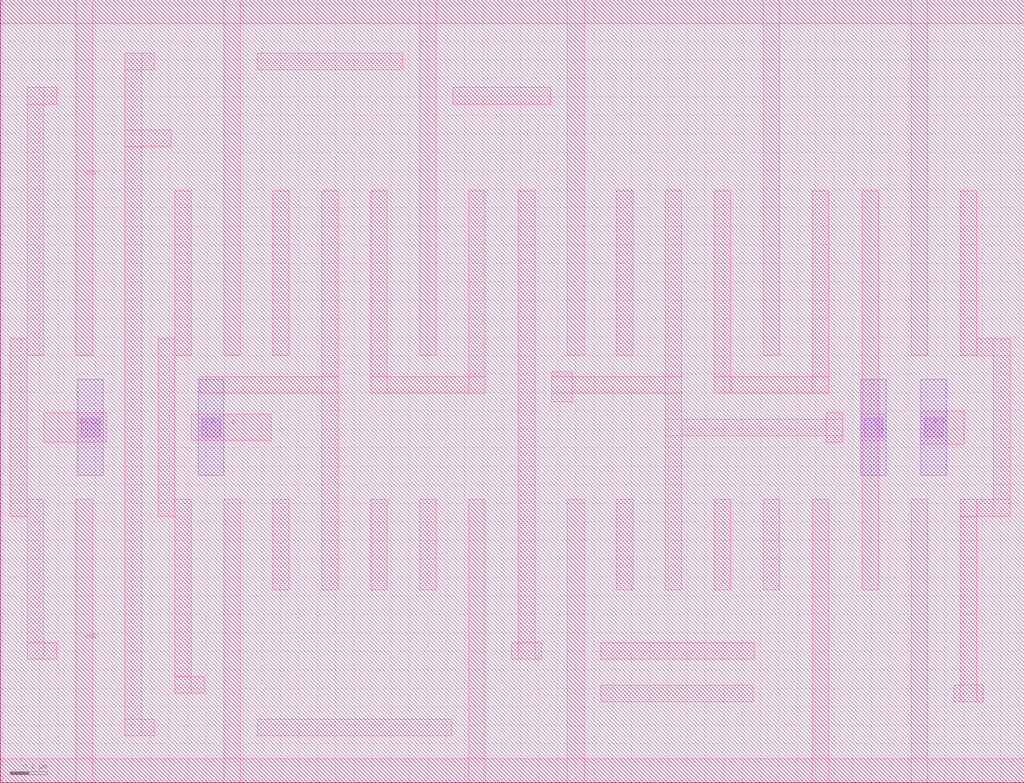
<source format=lef>
NAMESCASESENSITIVE ON ;
BUSBITCHARS "[]" ;

UNITS
  DATABASE MICRONS 1000 ;
END UNITS

MANUFACTURINGGRID 0.001 ;

DIVIDERCHAR "/" ;

LAYER M1
  TYPE ROUTING ;
  DIRECTION HORIZONTAL ;
  PITCH 0.26 0.26 ;
  WIDTH 0.14 ;
  AREA 0.042 ;
  SPACING 0.09 ;
  SPACING 0.19 RANGE 1.76 4 ;
  SPACING 0.29 RANGE 4 8 ;
  SPACING 1.05 RANGE 8 25 ;
  SPACING 1.85 RANGE 25 100000 ;
END M1

LAYER V1
  TYPE CUT ;
END V1

LAYER M2
  TYPE ROUTING ;
  DIRECTION VERTICAL ;
  PITCH 0.326 0.326 ;
  WIDTH 0.14 ;
  AREA 0.052 ;
  SPACING 0.1 ;
  SPACING 0.19 RANGE 1.76 4 ;
  SPACING 0.29 RANGE 4 8 ;
  SPACING 1.05 RANGE 8 25 ;
  SPACING 1.85 RANGE 25 100000 ;
END M2

LAYER V2
  TYPE CUT ;
END V2

LAYER M3
  TYPE ROUTING ;
  DIRECTION HORIZONTAL ;
  PITCH 0.26 0.26 ;
  WIDTH 0.14 ;
  AREA 0.052 ;
  SPACING 0.1 ;
  SPACING 0.19 RANGE 1.76 4 ;
  SPACING 0.29 RANGE 4 8 ;
  SPACING 1.05 RANGE 8 25 ;
  SPACING 1.85 RANGE 25 100000 ;
END M3

LAYER V3
  TYPE CUT ;
END V3

LAYER M4
  TYPE ROUTING ;
  DIRECTION VERTICAL ;
  PITCH 0.26 0.26 ;
  WIDTH 0.14 ;
  AREA 0.052 ;
  SPACING 0.1 ;
  SPACING 0.19 RANGE 1.76 4 ;
  SPACING 0.29 RANGE 4 8 ;
  SPACING 1.05 RANGE 8 25 ;
  SPACING 1.85 RANGE 25 100000 ;
END M4

LAYER V4
  TYPE CUT ;
END V4

LAYER M5
  TYPE ROUTING ;
  DIRECTION HORIZONTAL ;
  PITCH 0.26 0.26 ;
  WIDTH 0.14 ;
  AREA 0.052 ;
  SPACING 0.1 ;
  SPACING 0.19 RANGE 1.76 4 ;
  SPACING 0.29 RANGE 4 8 ;
  SPACING 1.05 RANGE 8 25 ;
  SPACING 1.85 RANGE 25 100000 ;
END M5

LAYER V5
  TYPE CUT ;
END V5

LAYER M6
  TYPE ROUTING ;
  DIRECTION VERTICAL ;
  PITCH 0.26 0.26 ;
  WIDTH 0.14 ;
  AREA 0.052 ;
  SPACING 0.1 ;
  SPACING 0.19 RANGE 1.76 4 ;
  SPACING 0.29 RANGE 4 8 ;
  SPACING 1.05 RANGE 8 25 ;
  SPACING 1.85 RANGE 25 100000 ;
  END M6

LAYER OVERLAP
  TYPE OVERLAP ;
END OVERLAP

SPACING
  SAMENET M1  M1    0.09 STACK ;
  SAMENET M2  M2    0.1 STACK ;
  SAMENET M3  M3    0.1 STACK ;
  SAMENET M4  M4    0.1 STACK ;
  SAMENET M5  M5    0.1 STACK ;
  SAMENET M6  M6    0.1 STACK ;
  SAMENET V1  V1    0.1 ;
  SAMENET V2  V2    0.1 ;
  SAMENET V3  V3    0.1 ;
  SAMENET V4  V4    0.1 ;
  SAMENET V5  V5    0.1 ;
  SAMENET V1  V2    0.00 STACK ;
  SAMENET V2  V3    0.00 STACK ;
  SAMENET V3  V4    0.00 STACK ;
  SAMENET V4  V5    0.00 STACK ;
  SAMENET V1  V3    0.00 STACK ;
  SAMENET V2  V4    0.00 STACK ;
  SAMENET V3  V5    0.00 STACK ;
  SAMENET V1  V4    0.00 STACK ;
  SAMENET V2  V5    0.00 STACK ;
  SAMENET V1  V5    0.00 STACK ;
END SPACING


VIA via5 DEFAULT
  LAYER M5 ;
    RECT -0.07 -0.07 0.07 0.07 ;
  LAYER V5 ;
    RECT -0.05 -0.05 0.05 0.05 ;
  LAYER M6 ;
    RECT -0.07 -0.07 0.07 0.07 ;
END via5

VIA via4 DEFAULT
  LAYER M4 ;
    RECT -0.07 -0.07 0.07 0.07 ;
  LAYER V4 ;
    RECT -0.05 -0.05 0.05 0.05 ;
  LAYER M5 ;
    RECT -0.07 -0.07 0.07 0.07 ;
END via4

VIA via3 DEFAULT
  LAYER M4 ;
    RECT -0.07 -0.07 0.07 0.07 ;
  LAYER V3 ;
    RECT -0.05 -0.05 0.05 0.05 ;
  LAYER M3 ;
    RECT -0.07 -0.07 0.07 0.07 ;
END via3

VIA via2 DEFAULT
  LAYER M3 ;
    RECT -0.07 -0.07 0.07 0.07 ;
  LAYER V2 ;
    RECT -0.05 -0.05 0.05 0.05 ;
  LAYER M2 ;
    RECT -0.07 -0.07 0.07 0.07 ;
END via2

VIA via1 DEFAULT
  LAYER M2 ;
    RECT -0.07 -0.07 0.07 0.07 ;
  LAYER V1 ;
    RECT -0.05 -0.05 0.05 0.05 ;
  LAYER M1 ;
    RECT -0.07 -0.07 0.07 0.07 ;
END via1


VIARULE via1Array GENERATE
  LAYER M1 ;
  DIRECTION HORIZONTAL ;
  OVERHANG 0.045 ;
    METALOVERHANG 0 ;
  LAYER M2 ;
  DIRECTION VERTICAL ;
    OVERHANG 0.045 ;
    METALOVERHANG 0 ;
  LAYER V1 ;
    RECT -0.05 -0.05 0.05 0.05 ;
    SPACING 0.2 BY 0.2 ;
END via1Array


VIARULE via2Array GENERATE
  LAYER M3 ;
    DIRECTION HORIZONTAL ;
    OVERHANG 0.03 ;
    METALOVERHANG 0 ;
  LAYER M2 ;
  DIRECTION VERTICAL ;
    OVERHANG 0.03 ;
    METALOVERHANG 0 ;
  LAYER V2 ;
    RECT -0.05 -0.05 0.05 0.05 ;
    SPACING 0.2 BY 0.2 ;
END via2Array


VIARULE via3Array GENERATE
  LAYER M3 ;
    DIRECTION HORIZONTAL ;
    OVERHANG 0.03 ;
    METALOVERHANG 0 ;
  LAYER M4 ;
    DIRECTION VERTICAL ;
    OVERHANG 0.03 ;
    METALOVERHANG 0 ;
  LAYER V3 ;
    RECT -0.05 -0.05 0.05 0.05 ;
    SPACING 0.2 BY 0.2 ;
END via3Array

VIARULE via4Array GENERATE
  LAYER M5 ;
    DIRECTION HORIZONTAL ;
    OVERHANG 0.03 ;
    METALOVERHANG 0 ;
  LAYER M4 ;
    DIRECTION VERTICAL ;
    OVERHANG 0.03 ;
    METALOVERHANG 0 ;
  LAYER V4 ;
    RECT -0.05 -0.05 0.05 0.05 ;
    SPACING 0.2 BY 0.2 ;
END via4Array

VIARULE via5Array GENERATE
  LAYER M5 ;
    DIRECTION HORIZONTAL ;
    OVERHANG 0.03 ;
    METALOVERHANG 0 ;
  LAYER M6 ;
    DIRECTION VERTICAL ;
    OVERHANG 0.045 ;
    METALOVERHANG 0 ;
  LAYER V5 ;
    RECT -0.05 -0.05 0.05 0.05 ;
    SPACING 0.2 BY 0.2 ;
END via5Array

VIARULE TURNM1 GENERATE
  LAYER M1 ;
    DIRECTION HORIZONTAL ;
  LAYER M1 ;
    DIRECTION VERTICAL ;
END TURNM1

VIARULE TURNM2 GENERATE
  LAYER M2 ;
    DIRECTION HORIZONTAL ;
  LAYER M2 ;
    DIRECTION VERTICAL ;
END TURNM2

VIARULE TURNM3 GENERATE
  LAYER M3 ;
    DIRECTION HORIZONTAL ;
  LAYER M3 ;
    DIRECTION VERTICAL ;
END TURNM3

VIARULE TURNM4 GENERATE
  LAYER M4 ;
    DIRECTION HORIZONTAL ;
  LAYER M4 ;
    DIRECTION VERTICAL ;
END TURNM4

VIARULE TURNM5 GENERATE
  LAYER M5 ;
    DIRECTION HORIZONTAL ;
  LAYER M5 ;
    DIRECTION VERTICAL ;
END TURNM5

VIARULE TURNM6 GENERATE
  LAYER M6 ;
    DIRECTION HORIZONTAL ;
  LAYER M6 ;
    DIRECTION VERTICAL ;
END TURNM6


SITE  CoreSite
    CLASS       CORE ;
    SYMMETRY    Y ;
    SYMMETRY    X ;
    SIZE        0.326 BY 4.238 ;
END  CoreSite

SITE  TDCoverSite
    CLASS       CORE ;
    SIZE        0.0500 BY 0.0500 ;
END  TDCoverSite

SITE  SBlockSite
    CLASS       CORE ;
    SIZE        0.0500 BY 0.0500 ;
END  SBlockSite

SITE  PortCellSite
    CLASS       PAD ;
    SIZE        0.0500 BY 0.0500 ;
END  PortCellSite

SITE  Core
    CLASS       CORE ;
    SYMMETRY    Y ;
    SYMMETRY    X ;
    SIZE        0.326 BY 4.238 ;
END  Core


MACRO AND
  CLASS CORE ;
  ORIGIN -1.64 7.928 ;
  FOREIGN AND 1.64 -7.928 ;
  SIZE 1.304 BY 4.238 ;
  SYMMETRY X Y ;
  SITE CoreSite ;
  PIN IN1
    DIRECTION INPUT ;
    USE SIGNAL ;
    PORT
      LAYER M1 ;
        RECT 1.963 -6.07 2.32 -5.94 ;
      LAYER M2 ;
        RECT 2.059 -6.265 2.199 -5.745 ;
      LAYER V1 ;
        RECT 2.079 -6.055 2.179 -5.955 ;
    END
  END IN1
  PIN IN2
    DIRECTION INPUT ;
    USE SIGNAL ;
    PORT
      LAYER M1 ;
        RECT 2.615 -6.085 2.899 -5.925 ;
      LAYER M2 ;
        RECT 2.711 -6.265 2.851 -5.745 ;
      LAYER V1 ;
        RECT 2.731 -6.055 2.831 -5.955 ;
    END
  END IN2
  PIN OUT
    DIRECTION INPUT ;
    USE SIGNAL ;
    PORT
      LAYER M1 ;
        RECT 1.88 -5.615 1.97 -4.725 ;
        RECT 1.758 -6.485 1.97 -6.395 ;
        RECT 1.88 -6.885 1.97 -6.395 ;
        RECT 1.758 -5.615 1.97 -5.525 ;
        RECT 1.733 -6.075 1.873 -5.935 ;
        RECT 1.758 -6.485 1.848 -5.525 ;
      LAYER M2 ;
        RECT 1.733 -6.265 1.873 -5.745 ;
      LAYER V1 ;
        RECT 1.753 -6.055 1.853 -5.955 ;
    END
  END OUT
  PIN GND!
    DIRECTION INOUT ;
    USE GROUND ;
    SHAPE ABUTMENT ;
    PORT
      LAYER M1 ;
        RECT 1.64 -7.928 2.944 -7.798 ;
        RECT 2.145 -7.928 2.235 -6.395 ;
    END
  END GND!
  PIN VDD!
    DIRECTION INOUT ;
    USE POWER ;
    SHAPE ABUTMENT ;
    PORT
      LAYER M1 ;
        RECT 1.64 -3.82 2.944 -3.69 ;
        RECT 2.675 -5.615 2.765 -3.69 ;
        RECT 2.145 -5.615 2.235 -3.69 ;
    END
  END VDD!
  OBS
    LAYER M1 ;
      RECT 2.41 -6.29 2.5 -4.725 ;
      RECT 1.977 -5.81 2.5 -5.72 ;
      RECT 1.977 -6.29 2.765 -6.2 ;
      RECT 2.675 -6.885 2.765 -6.2 ;
      RECT 2.41 -6.885 2.5 -6.395 ;
  END
END AND

MACRO AOI21
  CLASS CORE ;
  ORIGIN -1.705 7.99 ;
  FOREIGN AOI21 1.705 -7.99 ;
  SIZE 1.304 BY 4.238 ;
  SYMMETRY X Y ;
  SITE CoreSite ;
  PIN IN1
    DIRECTION INPUT ;
    USE SIGNAL ;
    PORT
      LAYER M2 ;
        RECT 2.45 -6.33 2.59 -5.81 ;
      LAYER M1 ;
        RECT 2.354 -6.162 2.59 -5.972 ;
      LAYER V1 ;
        RECT 2.47 -6.116 2.57 -6.016 ;
    END
  END IN1
  PIN IN2
    DIRECTION INPUT ;
    USE SIGNAL ;
    PORT
      LAYER M2 ;
        RECT 2.776 -6.33 2.916 -5.81 ;
      LAYER M1 ;
        RECT 2.681 -6.162 2.916 -5.972 ;
      LAYER V1 ;
        RECT 2.796 -6.116 2.896 -6.016 ;
    END
  END IN2
  PIN IN3
    DIRECTION INPUT ;
    USE SIGNAL ;
    PORT
      LAYER M2 ;
        RECT 2.124 -6.327 2.264 -5.807 ;
      LAYER M1 ;
        RECT 2.028 -6.162 2.264 -5.972 ;
      LAYER V1 ;
        RECT 2.144 -6.116 2.244 -6.016 ;
    END
  END IN3
  PIN OUT
    DIRECTION INPUT ;
    USE SIGNAL ;
    PORT
      LAYER M2 ;
        RECT 1.798 -6.304 1.938 -5.784 ;
      LAYER M1 ;
        RECT 1.79 -6.342 2.235 -6.252 ;
        RECT 2.145 -6.947 2.235 -6.252 ;
        RECT 1.88 -5.677 1.97 -4.787 ;
        RECT 1.79 -6.141 1.938 -6.001 ;
        RECT 1.79 -6.342 1.88 -5.587 ;
      LAYER V1 ;
        RECT 1.818 -6.121 1.918 -6.021 ;
    END
  END OUT
  PIN GND!
    DIRECTION INOUT ;
    USE GROUND ;
    SHAPE ABUTMENT ;
    PORT
      LAYER M1 ;
        RECT 1.705 -7.99 3.009 -7.86 ;
        RECT 2.675 -7.99 2.765 -6.457 ;
        RECT 1.88 -7.99 1.97 -6.457 ;
    END
  END GND!
  PIN VDD!
    DIRECTION INOUT ;
    USE POWER ;
    SHAPE ABUTMENT ;
    PORT
      LAYER M1 ;
        RECT 1.705 -3.882 3.009 -3.752 ;
        RECT 2.41 -5.677 2.5 -3.752 ;
    END
  END VDD!
  OBS
    LAYER M1 ;
      RECT 2.675 -5.882 2.765 -4.787 ;
      RECT 2.145 -5.882 2.235 -4.787 ;
      RECT 2.145 -5.882 2.765 -5.792 ;
      RECT 2.41 -6.947 2.5 -6.457 ;
  END
END AOI21

MACRO AOI22
  CLASS CORE ;
  ORIGIN -1.319 7.998 ;
  FOREIGN AOI22 1.319 -7.998 ;
  SIZE 1.63 BY 4.238 ;
  SYMMETRY X Y ;
  SITE CoreSite ;
  PIN IN1
    DIRECTION INPUT ;
    USE SIGNAL ;
    PORT
      LAYER M1 ;
        RECT 1.408 -6.169 1.642 -5.98 ;
      LAYER M2 ;
        RECT 1.412 -6.335 1.552 -5.815 ;
      LAYER V1 ;
        RECT 1.432 -6.125 1.532 -6.025 ;
    END
  END IN1
  PIN IN2
    DIRECTION INPUT ;
    USE SIGNAL ;
    PORT
      LAYER M1 ;
        RECT 1.732 -6.168 1.974 -5.98 ;
      LAYER M2 ;
        RECT 1.738 -6.335 1.878 -5.815 ;
      LAYER V1 ;
        RECT 1.758 -6.125 1.858 -6.025 ;
    END
  END IN2
  PIN IN3
    DIRECTION INPUT ;
    USE SIGNAL ;
    PORT
      LAYER M1 ;
        RECT 2.064 -6.169 2.29 -5.98 ;
      LAYER M2 ;
        RECT 2.064 -6.335 2.204 -5.815 ;
      LAYER V1 ;
        RECT 2.084 -6.125 2.184 -6.025 ;
    END
  END IN3
  PIN IN4
    DIRECTION INPUT ;
    USE SIGNAL ;
    PORT
      LAYER M1 ;
        RECT 2.62 -6.169 2.86 -5.98 ;
      LAYER M2 ;
        RECT 2.716 -6.335 2.856 -5.815 ;
      LAYER V1 ;
        RECT 2.736 -6.125 2.836 -6.025 ;
    END
  END IN4
  PIN OUT
    DIRECTION INPUT ;
    USE SIGNAL ;
    PORT
      LAYER M1 ;
        RECT 2.39 -6.146 2.53 -6.006 ;
        RECT 2.41 -6.35 2.5 -4.795 ;
        RECT 2.145 -6.35 2.5 -6.26 ;
        RECT 2.145 -7.172 2.235 -6.26 ;
      LAYER M2 ;
        RECT 2.39 -6.335 2.53 -5.815 ;
      LAYER V1 ;
        RECT 2.41 -6.126 2.51 -6.026 ;
    END
  END OUT
  PIN GND!
    DIRECTION INOUT ;
    USE GROUND ;
    SHAPE ABUTMENT ;
    PORT
      LAYER M1 ;
        RECT 1.319 -7.998 2.949 -7.868 ;
        RECT 2.675 -7.998 2.765 -6.465 ;
        RECT 1.615 -7.998 1.705 -6.465 ;
    END
  END GND!
  PIN VDD!
    DIRECTION INOUT ;
    USE POWER ;
    SHAPE ABUTMENT ;
    PORT
      LAYER M1 ;
        RECT 1.319 -3.89 2.949 -3.76 ;
        RECT 1.88 -5.685 1.97 -3.76 ;
    END
  END VDD!
  OBS
    LAYER M1 ;
      RECT 2.145 -4.68 2.765 -4.59 ;
      RECT 2.675 -5.685 2.765 -4.59 ;
      RECT 2.145 -5.89 2.235 -4.59 ;
      RECT 1.615 -5.89 1.705 -4.795 ;
      RECT 1.615 -5.89 2.235 -5.8 ;
      RECT 2.41 -6.955 2.5 -6.465 ;
      RECT 1.88 -6.955 1.97 -6.465 ;
  END
END AOI22

MACRO DFF
  CLASS CORE ;
  ORIGIN -1.085 7.412 ;
  FOREIGN DFF 1.085 -7.412 ;
  SIZE 5.542 BY 4.238 ;
  SYMMETRY X Y ;
  SITE CoreSite ;
  PIN GND!
    DIRECTION INOUT ;
    USE GROUND ;
    SHAPE ABUTMENT ;
    PORT
      LAYER M1 ;
        RECT 1.085 -7.412 6.627 -7.282 ;
        RECT 6.015 -7.412 6.105 -5.879 ;
        RECT 5.48 -7.412 5.57 -5.879 ;
        RECT 4.155 -7.412 4.245 -5.879 ;
        RECT 3.62 -7.412 3.71 -5.879 ;
        RECT 2.295 -7.412 2.385 -5.879 ;
        RECT 1.495 -7.412 1.585 -5.879 ;
    END
  END GND!
  PIN VDD!
    DIRECTION INOUT ;
    USE POWER ;
    SHAPE ABUTMENT ;
    PORT
      LAYER M1 ;
        RECT 1.085 -3.304 6.627 -3.174 ;
        RECT 6.015 -5.099 6.105 -3.174 ;
        RECT 5.215 -5.099 5.305 -3.174 ;
        RECT 4.155 -5.099 4.245 -3.174 ;
        RECT 3.355 -5.099 3.445 -3.174 ;
        RECT 2.295 -5.099 2.385 -3.174 ;
        RECT 1.495 -5.099 1.585 -3.174 ;
    END
  END VDD!
  PIN CLK
    DIRECTION INPUT ;
    USE SIGNAL ;
    PORT
      LAYER M1 ;
        RECT 1.32 -5.569 1.66 -5.409 ;
      LAYER M2 ;
        RECT 1.504 -5.749 1.644 -5.229 ;
      LAYER V1 ;
        RECT 1.524 -5.539 1.624 -5.439 ;
    END
  END CLK
  PIN D
    DIRECTION INPUT ;
    USE SIGNAL ;
    PORT
      LAYER M1 ;
        RECT 2.12 -5.559 2.553 -5.419 ;
      LAYER M2 ;
        RECT 2.156 -5.749 2.296 -5.229 ;
      LAYER V1 ;
        RECT 2.176 -5.539 2.276 -5.439 ;
    END
  END D
  PIN Q
    DIRECTION INPUT ;
    USE SIGNAL ;
    PORT
      LAYER M1 ;
        RECT 5.742 -5.559 5.882 -5.419 ;
        RECT 5.75 -6.369 5.84 -4.209 ;
      LAYER M2 ;
        RECT 5.742 -5.749 5.882 -5.229 ;
      LAYER V1 ;
        RECT 5.762 -5.539 5.862 -5.439 ;
    END
  END Q
  PIN R
    DIRECTION INPUT ;
    USE SIGNAL ;
    PORT
      LAYER M1 ;
        RECT 6.068 -5.579 6.303 -5.399 ;
      LAYER M2 ;
        RECT 6.068 -5.749 6.208 -5.229 ;
      LAYER V1 ;
        RECT 6.088 -5.539 6.188 -5.439 ;
    END
  END R
  OBS
    LAYER M1 ;
      RECT 6.28 -5.099 6.37 -4.209 ;
      RECT 6.461 -5.969 6.551 -5.009 ;
      RECT 6.37 -5.101 6.551 -5.009 ;
      RECT 6.28 -5.969 6.551 -5.879 ;
      RECT 6.28 -6.974 6.37 -5.879 ;
      RECT 6.245 -6.974 6.405 -6.884 ;
      RECT 4.685 -6.369 4.775 -4.209 ;
      RECT 4.07 -5.349 4.18 -5.189 ;
      RECT 4.07 -5.304 4.775 -5.214 ;
      RECT 5.555 -5.569 5.645 -5.409 ;
      RECT 4.685 -5.534 5.645 -5.444 ;
      RECT 5.48 -5.304 5.57 -4.209 ;
      RECT 4.95 -5.304 5.04 -4.209 ;
      RECT 4.95 -5.304 5.57 -5.214 ;
      RECT 3.89 -6.744 3.98 -4.209 ;
      RECT 3.855 -6.744 4.015 -6.654 ;
      RECT 3.62 -5.304 3.71 -4.209 ;
      RECT 3.09 -5.304 3.18 -4.209 ;
      RECT 3.09 -5.304 3.71 -5.214 ;
      RECT 2.825 -6.369 2.915 -4.209 ;
      RECT 2.165 -5.304 2.915 -5.214 ;
      RECT 2.03 -5.099 2.12 -4.209 ;
      RECT 1.94 -5.969 2.03 -5.009 ;
      RECT 2.03 -6.929 2.12 -5.879 ;
      RECT 2.03 -6.929 2.19 -6.839 ;
      RECT 1.76 -3.554 1.92 -3.464 ;
      RECT 1.76 -7.159 1.85 -3.464 ;
      RECT 1.76 -3.969 2.01 -3.879 ;
      RECT 1.76 -7.159 1.92 -7.069 ;
      RECT 1.23 -3.739 1.39 -3.649 ;
      RECT 1.23 -5.099 1.32 -3.649 ;
      RECT 1.14 -5.969 1.23 -5.009 ;
      RECT 1.23 -6.744 1.32 -5.879 ;
      RECT 1.23 -6.744 1.39 -6.654 ;
      RECT 5.215 -6.369 5.305 -5.879 ;
      RECT 4.335 -6.744 5.165 -6.654 ;
      RECT 4.335 -6.974 5.16 -6.884 ;
      RECT 4.95 -6.369 5.04 -5.879 ;
      RECT 4.42 -6.369 4.51 -5.879 ;
      RECT 4.42 -5.099 4.51 -4.209 ;
      RECT 3.535 -3.739 4.065 -3.649 ;
      RECT 2.475 -7.159 3.53 -7.069 ;
      RECT 3.355 -6.369 3.445 -5.879 ;
      RECT 2.475 -3.554 3.265 -3.464 ;
      RECT 3.09 -6.369 3.18 -5.879 ;
      RECT 2.56 -6.369 2.65 -5.879 ;
      RECT 2.56 -5.099 2.65 -4.209 ;
  END
END DFF

MACRO INV
  CLASS CORE ;
  ORIGIN -1.64 8.125 ;
  FOREIGN INV 1.64 -8.125 ;
  SIZE 0.652 BY 4.238 ;
  SYMMETRY X Y ;
  SITE CoreSite ;
  PIN IN1
    DIRECTION INPUT ;
    USE SIGNAL ;
    PORT
      LAYER M1 ;
        RECT 2.059 -6.272 2.199 -6.132 ;
        RECT 2.084 -6.457 2.174 -5.947 ;
      LAYER M2 ;
        RECT 2.059 -6.462 2.199 -5.942 ;
      LAYER V1 ;
        RECT 2.079 -6.252 2.179 -6.152 ;
    END
  END IN1
  PIN OUT
    DIRECTION INPUT ;
    USE SIGNAL ;
    PORT
      LAYER M1 ;
        RECT 1.789 -7.082 1.879 -4.922 ;
        RECT 1.733 -6.272 1.879 -6.132 ;
      LAYER M2 ;
        RECT 1.733 -6.462 1.873 -5.942 ;
      LAYER V1 ;
        RECT 1.753 -6.252 1.853 -6.152 ;
    END
  END OUT
  PIN GND!
    DIRECTION INOUT ;
    USE GROUND ;
    SHAPE ABUTMENT ;
    PORT
      LAYER M1 ;
        RECT 1.64 -8.125 2.292 -7.995 ;
        RECT 2.054 -8.125 2.144 -6.592 ;
    END
  END GND!
  PIN VDD!
    DIRECTION INOUT ;
    USE POWER ;
    SHAPE ABUTMENT ;
    PORT
      LAYER M1 ;
        RECT 1.64 -4.017 2.292 -3.887 ;
        RECT 2.054 -5.812 2.144 -3.887 ;
    END
  END VDD!
END INV

MACRO NAND
  CLASS CORE ;
  ORIGIN -1.966 7.969 ;
  FOREIGN NAND 1.966 -7.969 ;
  SIZE 0.978 BY 4.238 ;
  SYMMETRY X Y ;
  SITE CoreSite ;
  PIN IN1
    DIRECTION INPUT ;
    USE SIGNAL ;
    PORT
      LAYER M2 ;
        RECT 2.059 -6.306 2.199 -5.786 ;
      LAYER M1 ;
        RECT 2.011 -6.126 2.295 -5.966 ;
      LAYER V1 ;
        RECT 2.079 -6.096 2.179 -5.996 ;
    END
  END IN1
  PIN IN2
    DIRECTION INPUT ;
    USE SIGNAL ;
    PORT
      LAYER M2 ;
        RECT 2.711 -6.306 2.851 -5.786 ;
      LAYER M1 ;
        RECT 2.615 -6.126 2.899 -5.966 ;
      LAYER V1 ;
        RECT 2.731 -6.096 2.831 -5.996 ;
    END
  END IN2
  PIN OUT
    DIRECTION INPUT ;
    USE SIGNAL ;
    PORT
      LAYER M2 ;
        RECT 2.385 -6.306 2.525 -5.786 ;
      LAYER M1 ;
        RECT 2.41 -6.321 2.765 -6.231 ;
        RECT 2.675 -6.926 2.765 -6.231 ;
        RECT 2.385 -6.116 2.525 -5.976 ;
        RECT 2.41 -6.321 2.5 -4.766 ;
      LAYER V1 ;
        RECT 2.405 -6.096 2.505 -5.996 ;
    END
  END OUT
  PIN GND!
    DIRECTION INOUT ;
    USE GROUND ;
    SHAPE ABUTMENT ;
    PORT
      LAYER M1 ;
        RECT 1.966 -7.969 2.944 -7.839 ;
        RECT 2.145 -7.969 2.235 -6.436 ;
    END
  END GND!
  PIN VDD!
    DIRECTION INOUT ;
    USE POWER ;
    SHAPE ABUTMENT ;
    PORT
      LAYER M1 ;
        RECT 1.966 -3.861 2.944 -3.731 ;
        RECT 2.675 -5.656 2.765 -3.731 ;
        RECT 2.145 -5.656 2.235 -3.731 ;
    END
  END VDD!
  OBS
    LAYER M1 ;
      RECT 2.41 -6.926 2.5 -6.436 ;
  END
END NAND

MACRO NOR
  CLASS CORE ;
  ORIGIN -1.966 8.567 ;
  FOREIGN NOR 1.966 -8.567 ;
  SIZE 0.978 BY 4.238 ;
  SYMMETRY X Y ;
  SITE CoreSite ;
  PIN IN1
    DIRECTION INPUT ;
    USE SIGNAL ;
    PORT
      LAYER M1 ;
        RECT 2.011 -6.724 2.295 -6.564 ;
      LAYER M2 ;
        RECT 2.059 -6.904 2.199 -6.384 ;
      LAYER V1 ;
        RECT 2.079 -6.694 2.179 -6.594 ;
    END
  END IN1
  PIN IN2
    DIRECTION INPUT ;
    USE SIGNAL ;
    PORT
      LAYER M1 ;
        RECT 2.615 -6.724 2.899 -6.564 ;
      LAYER M2 ;
        RECT 2.711 -6.904 2.851 -6.384 ;
      LAYER V1 ;
        RECT 2.731 -6.694 2.831 -6.594 ;
    END
  END IN2
  PIN OUT
    DIRECTION INPUT ;
    USE SIGNAL ;
    PORT
      LAYER M1 ;
        RECT 2.675 -6.459 2.765 -5.364 ;
        RECT 2.41 -6.459 2.765 -6.369 ;
        RECT 2.385 -6.714 2.525 -6.574 ;
        RECT 2.41 -7.524 2.5 -6.369 ;
      LAYER M2 ;
        RECT 2.385 -6.904 2.525 -6.384 ;
      LAYER V1 ;
        RECT 2.405 -6.694 2.505 -6.594 ;
    END
  END OUT
  PIN GND!
    DIRECTION INOUT ;
    USE GROUND ;
    SHAPE ABUTMENT ;
    PORT
      LAYER M1 ;
        RECT 1.966 -8.567 2.944 -8.437 ;
        RECT 2.675 -8.567 2.765 -7.034 ;
        RECT 2.145 -8.567 2.235 -7.034 ;
    END
  END GND!
  PIN VDD!
    DIRECTION INOUT ;
    USE POWER ;
    SHAPE ABUTMENT ;
    PORT
      LAYER M1 ;
        RECT 1.966 -4.459 2.944 -4.329 ;
        RECT 2.145 -6.254 2.235 -4.329 ;
    END
  END VDD!
  OBS
    LAYER M1 ;
      RECT 2.41 -6.254 2.5 -5.364 ;
  END
END NOR

MACRO OR
  CLASS CORE ;
  ORIGIN -1.628 6.927 ;
  FOREIGN OR 1.628 -6.927 ;
  SIZE 1.304 BY 4.238 ;
  SYMMETRY X Y ;
  SITE CoreSite ;
  PIN IN1
    DIRECTION INPUT ;
    USE SIGNAL ;
    PORT
      LAYER M2 ;
        RECT 2.047 -5.264 2.187 -4.744 ;
      LAYER M1 ;
        RECT 2.011 -5.084 2.295 -4.924 ;
      LAYER V1 ;
        RECT 2.067 -5.054 2.167 -4.954 ;
    END
  END IN1
  PIN IN2
    DIRECTION INPUT ;
    USE SIGNAL ;
    PORT
      LAYER M2 ;
        RECT 2.699 -5.264 2.839 -4.744 ;
      LAYER M1 ;
        RECT 2.59 -5.084 2.874 -4.924 ;
      LAYER V1 ;
        RECT 2.719 -5.054 2.819 -4.954 ;
    END
  END IN2
  PIN OUT
    DIRECTION INPUT ;
    USE SIGNAL ;
    PORT
      LAYER M2 ;
        RECT 1.721 -5.264 1.861 -4.744 ;
      LAYER M1 ;
        RECT 1.88 -4.614 1.97 -3.724 ;
        RECT 1.88 -5.884 1.97 -5.394 ;
        RECT 1.79 -5.484 1.88 -4.524 ;
        RECT 1.721 -5.074 1.88 -4.934 ;
      LAYER V1 ;
        RECT 1.741 -5.054 1.841 -4.954 ;
    END
  END OUT
  PIN GND!
    DIRECTION INOUT ;
    USE GROUND ;
    SHAPE ABUTMENT ;
    PORT
      LAYER M1 ;
        RECT 1.628 -6.927 2.932 -6.797 ;
        RECT 2.675 -6.927 2.765 -5.394 ;
        RECT 2.145 -6.927 2.235 -5.394 ;
    END
  END GND!
  PIN VDD!
    DIRECTION INOUT ;
    USE POWER ;
    SHAPE ABUTMENT ;
    PORT
      LAYER M1 ;
        RECT 1.628 -2.819 2.932 -2.689 ;
        RECT 2.145 -4.614 2.235 -2.689 ;
    END
  END VDD!
  OBS
    LAYER M1 ;
      RECT 2.675 -4.819 2.765 -3.724 ;
      RECT 2.015 -4.819 2.765 -4.729 ;
      RECT 2.41 -5.884 2.5 -4.729 ;
      RECT 2.015 -5.279 2.5 -5.189 ;
      RECT 2.41 -4.614 2.5 -3.724 ;
  END
END OR

MACRO XNOR
  CLASS CORE ;
  ORIGIN -1.64 6.927 ;
  FOREIGN XNOR 1.64 -6.927 ;
  SIZE 1.956 BY 4.238 ;
  SYMMETRY X Y ;
  SITE CoreSite ;
  PIN IN1
    DIRECTION INPUT ;
    USE SIGNAL ;
    PORT
      LAYER M1 ;
        RECT 2.255 -5.074 2.555 -4.934 ;
      LAYER M2 ;
        RECT 2.385 -5.264 2.525 -4.744 ;
      LAYER V1 ;
        RECT 2.405 -5.054 2.505 -4.954 ;
    END
  END IN1
  PIN IN2
    DIRECTION INPUT ;
    USE SIGNAL ;
    PORT
      LAYER M1 ;
        RECT 1.685 -5.074 1.985 -4.934 ;
      LAYER M2 ;
        RECT 1.733 -5.264 1.873 -4.744 ;
      LAYER V1 ;
        RECT 1.753 -5.054 1.853 -4.954 ;
    END
  END IN2
  PIN OUT
    DIRECTION INPUT ;
    USE SIGNAL ;
    PORT
      LAYER M1 ;
        RECT 2.971 -5.074 3.271 -4.934 ;
        RECT 2.706 -4.819 3.061 -4.729 ;
        RECT 2.971 -5.884 3.061 -4.729 ;
        RECT 2.706 -4.819 2.796 -3.724 ;
      LAYER M2 ;
        RECT 3.037 -5.286 3.177 -4.766 ;
      LAYER V1 ;
        RECT 3.057 -5.054 3.157 -4.954 ;
    END
  END OUT
  PIN GND!
    DIRECTION INOUT ;
    USE GROUND ;
    SHAPE ABUTMENT ;
    PORT
      LAYER M1 ;
        RECT 1.64 -6.927 3.596 -6.797 ;
        RECT 2.441 -6.927 2.531 -5.394 ;
    END
  END GND!
  PIN VDD!
    DIRECTION INOUT ;
    USE POWER ;
    SHAPE ABUTMENT ;
    PORT
      LAYER M1 ;
        RECT 1.64 -2.819 3.596 -2.689 ;
        RECT 3.236 -4.614 3.326 -2.689 ;
        RECT 2.441 -4.614 2.531 -2.689 ;
        RECT 1.911 -4.614 2.001 -2.689 ;
    END
  END VDD!
  OBS
    LAYER M1 ;
      RECT 3.236 -6.064 3.326 -5.394 ;
      RECT 2.706 -6.064 2.796 -5.394 ;
      RECT 2.706 -6.064 3.326 -5.974 ;
      RECT 2.176 -4.819 2.266 -3.724 ;
      RECT 2.075 -4.819 2.266 -4.729 ;
      RECT 2.075 -5.279 2.165 -4.729 ;
      RECT 2.541 -5.299 2.671 -5.169 ;
      RECT 1.911 -5.279 2.671 -5.189 ;
      RECT 1.911 -5.884 2.001 -5.189 ;
      RECT 2.971 -4.614 3.061 -3.724 ;
      RECT 2.176 -5.884 2.266 -5.394 ;
  END
END XNOR

MACRO XOR
  CLASS CORE ;
  ORIGIN -1.64 6.927 ;
  FOREIGN XOR 1.64 -6.927 ;
  SIZE 1.956 BY 4.238 ;
  SYMMETRY X Y ;
  SITE CoreSite ;
  PIN IN1
    DIRECTION INPUT ;
    USE SIGNAL ;
    PORT
      LAYER M1 ;
        RECT 2.667 -5.074 2.967 -4.934 ;
      LAYER M2 ;
        RECT 2.711 -5.264 2.851 -4.744 ;
      LAYER V1 ;
        RECT 2.731 -5.054 2.831 -4.954 ;
    END
  END IN1
  PIN IN2
    DIRECTION INPUT ;
    USE SIGNAL ;
    PORT
      LAYER M1 ;
        RECT 2.001 -5.074 2.301 -4.934 ;
      LAYER M2 ;
        RECT 2.059 -5.264 2.199 -4.744 ;
      LAYER V1 ;
        RECT 2.079 -5.054 2.179 -4.954 ;
    END
  END IN2
  PIN OUT
    DIRECTION INPUT ;
    USE SIGNAL ;
    PORT
      LAYER M1 ;
        RECT 3.057 -5.279 3.157 -4.729 ;
        RECT 2.971 -4.819 3.061 -3.724 ;
        RECT 2.706 -5.279 3.157 -5.189 ;
        RECT 2.706 -5.884 2.796 -5.189 ;
      LAYER M2 ;
        RECT 3.037 -5.264 3.177 -4.744 ;
      LAYER V1 ;
        RECT 3.057 -5.054 3.157 -4.954 ;
    END
  END OUT
  PIN GND!
    DIRECTION INOUT ;
    USE GROUND ;
    SHAPE ABUTMENT ;
    PORT
      LAYER M1 ;
        RECT 1.64 -6.927 3.596 -6.797 ;
        RECT 3.236 -6.927 3.326 -5.394 ;
        RECT 2.441 -6.927 2.531 -5.394 ;
        RECT 1.911 -6.927 2.001 -5.394 ;
    END
  END GND!
  PIN VDD!
    DIRECTION INOUT ;
    USE POWER ;
    SHAPE ABUTMENT ;
    PORT
      LAYER M1 ;
        RECT 1.64 -2.819 3.596 -2.689 ;
        RECT 2.441 -4.614 2.531 -2.689 ;
    END
  END VDD!
  OBS
    LAYER M1 ;
      RECT 2.706 -3.634 3.326 -3.544 ;
      RECT 3.236 -4.614 3.326 -3.544 ;
      RECT 2.706 -4.614 2.796 -3.544 ;
      RECT 1.911 -4.614 2.001 -3.724 ;
      RECT 1.821 -5.279 1.911 -4.524 ;
      RECT 1.821 -4.819 2.696 -4.729 ;
      RECT 1.821 -5.279 2.266 -5.189 ;
      RECT 2.176 -5.884 2.266 -5.189 ;
      RECT 2.971 -5.884 3.061 -5.394 ;
      RECT 2.176 -4.614 2.266 -3.724 ;
  END
END XOR

MACRO filler
  CLASS CORE ;
  ORIGIN -2.314 -0.514 ;
  FOREIGN filler 2.314 0.514 ;
  SIZE 0.326 BY 4.238 ;
  SYMMETRY X Y ;
  SITE CoreSite ;
  PIN GND!
    DIRECTION INOUT ;
    USE GROUND ;
    SHAPE ABUTMENT ;
    PORT
      LAYER M1 ;
        RECT 2.314 0.514 2.64 0.644 ;
    END
  END GND!
  PIN VDD!
    DIRECTION INOUT ;
    USE POWER ;
    SHAPE ABUTMENT ;
    PORT
      LAYER M1 ;
        RECT 2.314 4.622 2.64 4.752 ;
    END
  END VDD!
END filler

END LIBRARY

</source>
